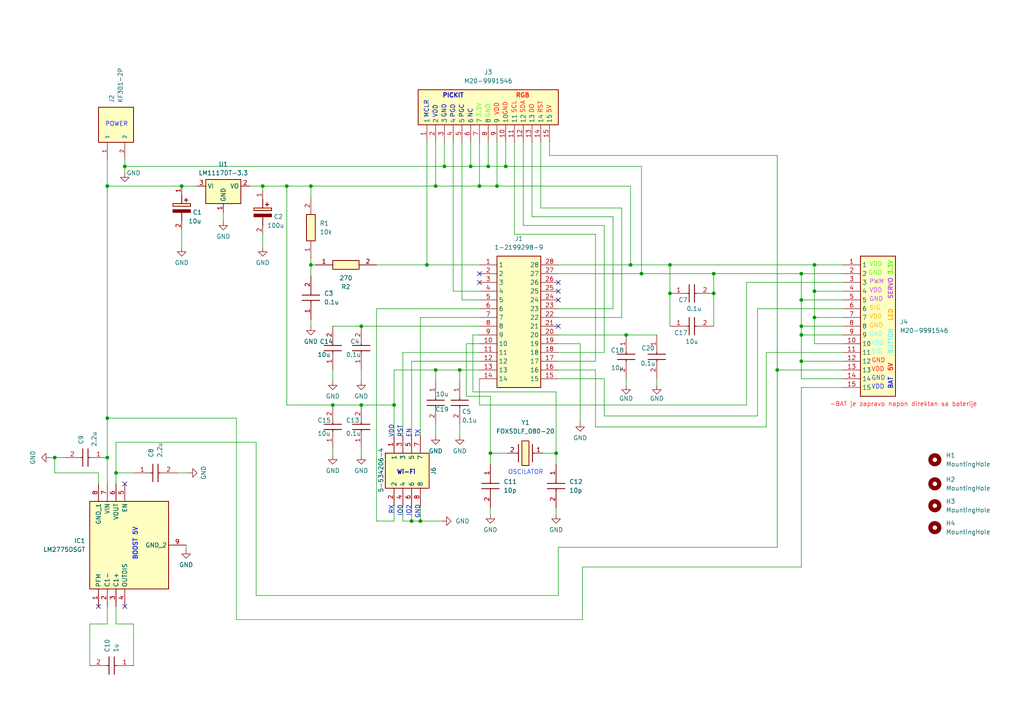
<source format=kicad_sch>
(kicad_sch (version 20230121) (generator eeschema)
  (paper "A4")
  (lib_symbols
    (symbol "02013A100JAT2A:02013A100JAT2A" (pin_names hide)
      (property "Reference" "C" (at 8.89 6.35 0))
      (property "Value" "02013A100JAT2A" (at 8.89 3.81 0))
      (symbol "02013A100JAT2A_1_1"
        (polyline (pts (xy 5.08 0) (xy 5.588 0)) (stroke (width 0.254)))
        (polyline (pts (xy 5.588 2.54) (xy 5.588 -2.54)) (stroke (width 0.254)))
        (polyline (pts (xy 7.112 0) (xy 7.62 0)) (stroke (width 0.254)))
        (polyline (pts (xy 7.112 2.54) (xy 7.112 -2.54)) (stroke (width 0.254)))
        (pin passive line (at 0 0 0) (length 5.08) (name "1") (number "1"))
        (pin passive line (at 12.7 0 180) (length 5.08) (name "2") (number "2"))
      )
    )
    (symbol "1-2199298-9:1-2199298-9"
      (property "Reference" "J" (at 19.05 7.62 0))
      (property "Value" "1-2199298-9" (at 19.05 5.08 0))
      (symbol "1-2199298-9_1_1"
        (rectangle (start 5.08 2.54) (end 17.78 -35.56) (stroke (width 0.254)) (fill (type background)))
        (pin passive line (at 0 0 0) (length 5.08) (name "1") (number "1"))
        (pin passive line (at 0 -22.86 0) (length 5.08) (name "10") (number "10"))
        (pin passive line (at 0 -25.4 0) (length 5.08) (name "11") (number "11"))
        (pin passive line (at 0 -27.94 0) (length 5.08) (name "12") (number "12"))
        (pin passive line (at 0 -30.48 0) (length 5.08) (name "13") (number "13"))
        (pin passive line (at 0 -33.02 0) (length 5.08) (name "14") (number "14"))
        (pin passive line (at 22.86 -33.02 180) (length 5.08) (name "15") (number "15"))
        (pin passive line (at 22.86 -30.48 180) (length 5.08) (name "16") (number "16"))
        (pin passive line (at 22.86 -27.94 180) (length 5.08) (name "17") (number "17"))
        (pin passive line (at 22.86 -25.4 180) (length 5.08) (name "18") (number "18"))
        (pin passive line (at 22.86 -22.86 180) (length 5.08) (name "19") (number "19"))
        (pin passive line (at 0 -2.54 0) (length 5.08) (name "2") (number "2"))
        (pin passive line (at 22.86 -20.32 180) (length 5.08) (name "20") (number "20"))
        (pin passive line (at 22.86 -17.78 180) (length 5.08) (name "21") (number "21"))
        (pin passive line (at 22.86 -15.24 180) (length 5.08) (name "22") (number "22"))
        (pin passive line (at 22.86 -12.7 180) (length 5.08) (name "23") (number "23"))
        (pin passive line (at 22.86 -10.16 180) (length 5.08) (name "24") (number "24"))
        (pin passive line (at 22.86 -7.62 180) (length 5.08) (name "25") (number "25"))
        (pin passive line (at 22.86 -5.08 180) (length 5.08) (name "26") (number "26"))
        (pin passive line (at 22.86 -2.54 180) (length 5.08) (name "27") (number "27"))
        (pin passive line (at 22.86 0 180) (length 5.08) (name "28") (number "28"))
        (pin passive line (at 0 -5.08 0) (length 5.08) (name "3") (number "3"))
        (pin passive line (at 0 -7.62 0) (length 5.08) (name "4") (number "4"))
        (pin passive line (at 0 -10.16 0) (length 5.08) (name "5") (number "5"))
        (pin passive line (at 0 -12.7 0) (length 5.08) (name "6") (number "6"))
        (pin passive line (at 0 -15.24 0) (length 5.08) (name "7") (number "7"))
        (pin passive line (at 0 -17.78 0) (length 5.08) (name "8") (number "8"))
        (pin passive line (at 0 -20.32 0) (length 5.08) (name "9") (number "9"))
      )
    )
    (symbol "5-534206-4_1"
      (property "Reference" "J" (at 16.51 7.62 0))
      (property "Value" "5-534206-4" (at 16.51 5.08 0))
      (symbol "5-534206-4_1_1_1"
        (rectangle (start 5.08 2.54) (end 15.24 -10.16) (stroke (width 0.254)) (fill (type background)))
        (pin passive line (at 0 0 0) (length 5.08) (name "1") (number "1"))
        (pin passive line (at 20.32 0 180) (length 5.08) (name "2") (number "2"))
        (pin passive line (at 0 -2.54 0) (length 5.08) (name "3") (number "3"))
        (pin passive line (at 20.32 -2.54 180) (length 5.08) (name "4") (number "4"))
        (pin passive line (at 0 -5.08 0) (length 5.08) (name "5") (number "5"))
        (pin passive line (at 20.32 -5.08 180) (length 5.08) (name "6") (number "6"))
        (pin passive line (at 0 -7.62 0) (length 5.08) (name "7") (number "7"))
        (pin passive line (at 20.32 -7.62 180) (length 5.08) (name "8") (number "8"))
      )
    )
    (symbol "865230542002:865230542002" (pin_names hide)
      (property "Reference" "C" (at 8.89 6.35 0))
      (property "Value" "865230542002" (at 8.89 3.81 0))
      (symbol "865230542002_1_1"
        (polyline (pts (xy 2.54 0) (xy 5.08 0)) (stroke (width 0.254)))
        (polyline (pts (xy 4.064 1.778) (xy 4.064 0.762)) (stroke (width 0.254)))
        (polyline (pts (xy 4.572 1.27) (xy 3.556 1.27)) (stroke (width 0.254)))
        (polyline (pts (xy 7.62 0) (xy 10.16 0)) (stroke (width 0.254)))
        (polyline (pts (xy 7.62 2.54) (xy 7.62 -2.54) (xy 6.858 -2.54) (xy 6.858 2.54) (xy 7.62 2.54)) (stroke (width 0.254)) (fill (type outline)))
        (rectangle (start 5.08 2.54) (end 5.842 -2.54) (stroke (width 0.254)) (fill (type background)))
        (pin passive line (at 0 0 0) (length 2.54) (name "+") (number "1"))
        (pin passive line (at 12.7 0 180) (length 2.54) (name "-") (number "2"))
      )
    )
    (symbol "C0603C104J1RACAUTO:C0603C104J1RACAUTO" (pin_names hide)
      (property "Reference" "C" (at 8.89 6.35 0))
      (property "Value" "C0603C104J1RACAUTO:CAPC1608X95N" (at 8.89 3.81 0))
      (symbol "C0603C104J1RACAUTO_1_1"
        (polyline (pts (xy 5.08 0) (xy 5.588 0)) (stroke (width 0.254)))
        (polyline (pts (xy 5.588 2.54) (xy 5.588 -2.54)) (stroke (width 0.254)))
        (polyline (pts (xy 7.112 0) (xy 7.62 0)) (stroke (width 0.254)))
        (polyline (pts (xy 7.112 2.54) (xy 7.112 -2.54)) (stroke (width 0.254)))
        (pin passive line (at 0 0 0) (length 5.08) (name "1") (number "1"))
        (pin passive line (at 12.7 0 180) (length 5.08) (name "2") (number "2"))
      )
    )
    (symbol "C0805C106M4PACTU:C0805C106M4PACTU" (pin_names hide)
      (property "Reference" "C" (at 8.89 6.35 0))
      (property "Value" "C0805C106M4PACTU" (at 8.89 3.81 0))
      (symbol "C0805C106M4PACTU_1_1"
        (polyline (pts (xy 5.08 0) (xy 5.588 0)) (stroke (width 0.254)))
        (polyline (pts (xy 5.588 2.54) (xy 5.588 -2.54)) (stroke (width 0.254)))
        (polyline (pts (xy 7.112 0) (xy 7.62 0)) (stroke (width 0.254)))
        (polyline (pts (xy 7.112 2.54) (xy 7.112 -2.54)) (stroke (width 0.254)))
        (pin passive line (at 0 0 0) (length 5.08) (name "1") (number "1"))
        (pin passive line (at 12.7 0 180) (length 5.08) (name "2") (number "2"))
      )
    )
    (symbol "CL03A225MO5C65C:CL03A225MO5C65C" (pin_names hide)
      (property "Reference" "C" (at 8.89 6.35 0))
      (property "Value" "CL03A225MO5C65C" (at 8.89 3.81 0))
      (symbol "CL03A225MO5C65C_1_1"
        (polyline (pts (xy 5.08 0) (xy 5.588 0)) (stroke (width 0.254)))
        (polyline (pts (xy 5.588 2.54) (xy 5.588 -2.54)) (stroke (width 0.254)))
        (polyline (pts (xy 7.112 0) (xy 7.62 0)) (stroke (width 0.254)))
        (polyline (pts (xy 7.112 2.54) (xy 7.112 -2.54)) (stroke (width 0.254)))
        (pin passive line (at 0 0 0) (length 5.08) (name "1") (number "1"))
        (pin passive line (at 12.7 0 180) (length 5.08) (name "2") (number "2"))
      )
    )
    (symbol "CRCW120610K0JNEA:CRCW120610K0JNEA" (pin_names hide)
      (property "Reference" "R" (at 13.97 6.35 0))
      (property "Value" "CRCW120610K0JNEA" (at 13.97 3.81 0))
      (symbol "CRCW120610K0JNEA_1_1"
        (rectangle (start 5.08 1.27) (end 12.7 -1.27) (stroke (width 0.254)) (fill (type background)))
        (pin passive line (at 0 0 0) (length 5.08) (name "1") (number "1"))
        (pin passive line (at 17.78 0 180) (length 5.08) (name "2") (number "2"))
      )
    )
    (symbol "EEE-FT1V101AP:EEE-FT1V101AP" (pin_names hide)
      (property "Reference" "C" (at 8.89 6.35 0))
      (property "Value" "EEE-FT1V101AP" (at 8.89 3.81 0))
      (symbol "EEE-FT1V101AP_1_1"
        (polyline (pts (xy 2.54 0) (xy 5.08 0)) (stroke (width 0.254)))
        (polyline (pts (xy 4.064 1.778) (xy 4.064 0.762)) (stroke (width 0.254)))
        (polyline (pts (xy 4.572 1.27) (xy 3.556 1.27)) (stroke (width 0.254)))
        (polyline (pts (xy 7.62 0) (xy 10.16 0)) (stroke (width 0.254)))
        (polyline (pts (xy 7.62 2.54) (xy 7.62 -2.54) (xy 6.858 -2.54) (xy 6.858 2.54) (xy 7.62 2.54)) (stroke (width 0.254)) (fill (type outline)))
        (rectangle (start 5.08 2.54) (end 5.842 -2.54) (stroke (width 0.254)) (fill (type background)))
        (pin passive line (at 0 0 0) (length 2.54) (name "+") (number "1"))
        (pin passive line (at 12.7 0 180) (length 2.54) (name "-") (number "2"))
      )
    )
    (symbol "ERA-8AEB131V:ERA-8AEB131V" (pin_names hide)
      (property "Reference" "R" (at 13.97 6.35 0))
      (property "Value" "ERA-8AEB131V" (at 13.97 3.81 0))
      (symbol "ERA-8AEB131V_1_1"
        (rectangle (start 5.08 1.27) (end 12.7 -1.27) (stroke (width 0.254)) (fill (type background)))
        (pin passive line (at 0 0 0) (length 5.08) (name "1") (number "1"))
        (pin passive line (at 17.78 0 180) (length 5.08) (name "2") (number "2"))
      )
    )
    (symbol "FOXSDLF_080-20:FOXSDLF_080-20" (pin_names hide)
      (property "Reference" "Y" (at 8.89 6.35 0))
      (property "Value" "FOXSDLF_080-20" (at 8.89 3.81 0))
      (symbol "FOXSDLF_080-20_1_1"
        (polyline (pts (xy 3.048 0) (xy 2.54 0)) (stroke (width 0.254)))
        (polyline (pts (xy 3.048 2.54) (xy 3.048 -2.54)) (stroke (width 0.254)))
        (polyline (pts (xy 7.112 0) (xy 7.62 0)) (stroke (width 0.254)))
        (polyline (pts (xy 7.112 2.54) (xy 7.112 -2.54)) (stroke (width 0.254)))
        (rectangle (start 4.064 3.556) (end 6.096 -3.556) (stroke (width 0.254)) (fill (type background)))
        (pin passive line (at 10.16 0 180) (length 2.54) (name "") (number "1"))
        (pin passive line (at 0 0 0) (length 2.54) (name "CRYSTAL_2") (number "2"))
      )
    )
    (symbol "KF301-2P:KF301-2P" (pin_names (offset 1.016))
      (property "Reference" "J" (at -5.08 5.842 0))
      (property "Value" "KF301-2P" (at -5.08 -7.62 0))
      (symbol "KF301-2P_0_0"
        (rectangle (start -5.08 -5.08) (end 5.08 5.08) (stroke (width 0.254)) (fill (type background)))
        (pin passive line (at -10.16 2.54 0) (length 5.08) (name "1") (number "1"))
        (pin passive line (at -10.16 -2.54 0) (length 5.08) (name "2") (number "2"))
      )
    )
    (symbol "LM2775DSGT:LM2775DSGT"
      (property "Reference" "IC" (at 31.75 7.62 0))
      (property "Value" "LM2775DSGT" (at 31.75 5.08 0))
      (symbol "LM2775DSGT_1_1"
        (rectangle (start 5.08 2.54) (end 30.48 -20.32) (stroke (width 0.254)) (fill (type background)))
        (pin passive line (at 0 0 0) (length 5.08) (name "PFM") (number "1"))
        (pin passive line (at 0 -2.54 0) (length 5.08) (name "C1-") (number "2"))
        (pin passive line (at 0 -5.08 0) (length 5.08) (name "C1+") (number "3"))
        (pin passive line (at 0 -7.62 0) (length 5.08) (name "OUTDIS") (number "4"))
        (pin passive line (at 35.56 -7.62 180) (length 5.08) (name "EN") (number "5"))
        (pin passive line (at 35.56 -5.08 180) (length 5.08) (name "VOUT") (number "6"))
        (pin passive line (at 35.56 -2.54 180) (length 5.08) (name "VIN") (number "7"))
        (pin passive line (at 35.56 0 180) (length 5.08) (name "GND_1") (number "8"))
        (pin passive line (at 17.78 -25.4 90) (length 5.08) (name "GND_2") (number "9"))
      )
    )
    (symbol "M20-9991546:M20-9991546"
      (property "Reference" "J" (at 16.51 7.62 0))
      (property "Value" "M20-9991546" (at 16.51 5.08 0))
      (symbol "M20-9991546_1_1"
        (rectangle (start 5.08 2.54) (end 15.24 -38.1) (stroke (width 0.254)) (fill (type background)))
        (pin passive line (at 0 0 0) (length 5.08) (name "1") (number "1"))
        (pin passive line (at 0 -22.86 0) (length 5.08) (name "10") (number "10"))
        (pin passive line (at 0 -25.4 0) (length 5.08) (name "11") (number "11"))
        (pin passive line (at 0 -27.94 0) (length 5.08) (name "12") (number "12"))
        (pin passive line (at 0 -30.48 0) (length 5.08) (name "13") (number "13"))
        (pin passive line (at 0 -33.02 0) (length 5.08) (name "14") (number "14"))
        (pin passive line (at 0 -35.56 0) (length 5.08) (name "15") (number "15"))
        (pin passive line (at 0 -2.54 0) (length 5.08) (name "2") (number "2"))
        (pin passive line (at 0 -5.08 0) (length 5.08) (name "3") (number "3"))
        (pin passive line (at 0 -7.62 0) (length 5.08) (name "4") (number "4"))
        (pin passive line (at 0 -10.16 0) (length 5.08) (name "5") (number "5"))
        (pin passive line (at 0 -12.7 0) (length 5.08) (name "6") (number "6"))
        (pin passive line (at 0 -15.24 0) (length 5.08) (name "7") (number "7"))
        (pin passive line (at 0 -17.78 0) (length 5.08) (name "8") (number "8"))
        (pin passive line (at 0 -20.32 0) (length 5.08) (name "9") (number "9"))
      )
    )
    (symbol "MAASL105CD7105MFCA01:MAASL105CD7105MFCA01" (pin_names hide)
      (property "Reference" "C" (at 8.89 6.35 0))
      (property "Value" "MAASL105CD7105MFCA01" (at 8.89 3.81 0))
      (symbol "MAASL105CD7105MFCA01_1_1"
        (polyline (pts (xy 5.08 0) (xy 5.588 0)) (stroke (width 0.254)))
        (polyline (pts (xy 5.588 2.54) (xy 5.588 -2.54)) (stroke (width 0.254)))
        (polyline (pts (xy 7.112 0) (xy 7.62 0)) (stroke (width 0.254)))
        (polyline (pts (xy 7.112 2.54) (xy 7.112 -2.54)) (stroke (width 0.254)))
        (pin passive line (at 0 0 0) (length 5.08) (name "1") (number "1"))
        (pin passive line (at 12.7 0 180) (length 5.08) (name "2") (number "2"))
      )
    )
    (symbol "Mechanical:MountingHole" (pin_names (offset 1.016))
      (property "Reference" "H" (at 0 5.08 0))
      (property "Value" "MountingHole" (at 0 3.175 0))
      (symbol "MountingHole_0_1"
        (circle (center 0 0) (radius 1.27) (stroke (width 1.27)))
      )
    )
    (symbol "Regulator_Linear:LM1117DT-3.3"
      (property "Reference" "U" (at -3.81 3.175 0))
      (property "Value" "LM1117DT-3.3" (at 0 3.175 0))
      (symbol "LM1117DT-3.3_0_1"
        (rectangle (start -5.08 -5.08) (end 5.08 1.905) (stroke (width 0.254)) (fill (type background)))
      )
      (symbol "LM1117DT-3.3_1_1"
        (pin power_in line (at 0 -7.62 90) (length 2.54) (name "GND") (number "1"))
        (pin power_out line (at 7.62 0 180) (length 2.54) (name "VO") (number "2"))
        (pin power_in line (at -7.62 0 0) (length 2.54) (name "VI") (number "3"))
      )
    )
    (symbol "power:GND" (power) (pin_names (offset 0))
      (property "Value" "GND" (at 0 -3.81 0))
      (symbol "GND_0_1"
        (polyline (pts (xy 0 0) (xy 0 -1.27) (xy 1.27 -1.27) (xy 0 -2.54) (xy -1.27 -1.27) (xy 0 -1.27)))
      )
      (symbol "GND_1_1"
        (pin power_in line (at 0 0 270) (length 0) hide (name "GND") (number "1"))
      )
    )
  )
  (junction (at 83.185 53.975))
  (junction (at 52.705 53.975))
  (junction (at 236.22 76.835))
  (junction (at 119.38 151.13))
  (junction (at 31.115 53.975))
  (junction (at 194.31 85.09))
  (junction (at 90.17 76.835))
  (junction (at 182.88 76.835))
  (junction (at 236.22 84.455))
  (junction (at 146.685 48.26))
  (junction (at 76.2 53.975))
  (junction (at 207.01 85.09))
  (junction (at 232.41 86.995))
  (junction (at 126.365 107.315))
  (junction (at 128.905 48.26))
  (junction (at 104.775 94.615))
  (junction (at 31.115 132.715))
  (junction (at 232.41 104.775))
  (junction (at 161.29 131.445))
  (junction (at 232.41 79.375))
  (junction (at 36.195 48.26))
  (junction (at 186.055 79.375))
  (junction (at 123.825 76.835))
  (junction (at 225.425 107.315))
  (junction (at 144.145 53.975))
  (junction (at 15.875 132.715))
  (junction (at 33.655 137.16))
  (junction (at 31.115 121.285))
  (junction (at 126.365 53.975))
  (junction (at 90.17 53.975))
  (junction (at 236.22 92.075))
  (junction (at 121.92 151.13))
  (junction (at 133.35 107.315))
  (junction (at 207.01 79.375))
  (junction (at 142.24 131.445))
  (junction (at 181.61 97.155))
  (junction (at 232.41 97.155))
  (junction (at 114.3 117.475))
  (junction (at 139.065 53.975))
  (junction (at 104.775 117.475))
  (junction (at 136.525 48.26))
  (junction (at 194.31 76.835))
  (junction (at 141.605 48.26))
  (junction (at 96.52 117.475))
  (junction (at 232.41 94.615))
  (no_connect (at 36.195 140.335))
  (no_connect (at 139.065 79.375))
  (no_connect (at 139.065 81.915))
  (no_connect (at 28.575 175.895))
  (no_connect (at 161.925 81.915))
  (no_connect (at 161.925 86.995))
  (no_connect (at 36.195 175.895))
  (no_connect (at 161.925 94.615))
  (no_connect (at 161.925 84.455))
  (wire (pts (xy 161.925 158.75) (xy 161.925 172.72)))
  (wire (pts (xy 135.255 99.695) (xy 139.065 99.695)))
  (wire (pts (xy 123.825 41.275) (xy 123.825 76.835)))
  (wire (pts (xy 139.065 86.995) (xy 133.985 86.995)))
  (wire (pts (xy 52.705 66.675) (xy 52.705 71.755)))
  (wire (pts (xy 222.25 123.825) (xy 222.25 102.235)))
  (wire (pts (xy 139.065 41.275) (xy 139.065 53.975)))
  (wire (pts (xy 141.605 48.26) (xy 146.685 48.26)))
  (wire (pts (xy 244.475 97.155) (xy 232.41 97.155)))
  (wire (pts (xy 76.2 67.945) (xy 76.2 71.755)))
  (wire (pts (xy 36.195 46.355) (xy 36.195 48.26)))
  (wire (pts (xy 175.26 102.235) (xy 175.26 65.405)))
  (wire (pts (xy 181.61 97.155) (xy 190.5 97.155)))
  (wire (pts (xy 90.17 53.975) (xy 90.17 57.15)))
  (wire (pts (xy 236.22 92.075) (xy 244.475 92.075)))
  (wire (pts (xy 133.35 107.315) (xy 133.35 110.49)))
  (wire (pts (xy 190.5 111.76) (xy 190.5 109.855)))
  (wire (pts (xy 168.91 164.465) (xy 232.41 164.465)))
  (wire (pts (xy 52.705 53.975) (xy 57.15 53.975)))
  (wire (pts (xy 222.25 102.235) (xy 244.475 102.235)))
  (wire (pts (xy 139.065 53.975) (xy 144.145 53.975)))
  (wire (pts (xy 104.775 94.615) (xy 139.065 94.615)))
  (wire (pts (xy 161.925 107.315) (xy 172.72 107.315)))
  (wire (pts (xy 31.115 121.285) (xy 68.58 121.285)))
  (wire (pts (xy 232.41 79.375) (xy 232.41 86.995)))
  (wire (pts (xy 116.84 146.685) (xy 116.84 151.13)))
  (wire (pts (xy 225.425 107.315) (xy 225.425 158.75)))
  (wire (pts (xy 31.115 46.355) (xy 31.115 53.975)))
  (wire (pts (xy 109.22 151.13) (xy 114.3 151.13)))
  (wire (pts (xy 225.425 45.085) (xy 159.385 45.085)))
  (wire (pts (xy 119.38 104.775) (xy 139.065 104.775)))
  (wire (pts (xy 142.24 114.935) (xy 142.24 131.445)))
  (wire (pts (xy 26.035 180.975) (xy 26.035 193.04)))
  (wire (pts (xy 141.605 41.275) (xy 141.605 48.26)))
  (wire (pts (xy 133.35 107.315) (xy 139.065 107.315)))
  (wire (pts (xy 90.17 92.71) (xy 90.17 94.615)))
  (wire (pts (xy 33.655 175.895) (xy 33.655 180.975)))
  (wire (pts (xy 126.365 53.975) (xy 139.065 53.975)))
  (wire (pts (xy 161.29 131.445) (xy 161.29 134.62)))
  (wire (pts (xy 96.52 117.475) (xy 104.775 117.475)))
  (wire (pts (xy 96.52 130.175) (xy 96.52 132.08)))
  (wire (pts (xy 168.275 99.695) (xy 168.275 122.555)))
  (wire (pts (xy 136.525 48.26) (xy 128.905 48.26)))
  (wire (pts (xy 149.225 41.275) (xy 149.225 67.945)))
  (wire (pts (xy 232.41 79.375) (xy 244.475 79.375)))
  (wire (pts (xy 175.26 120.65) (xy 219.71 120.65)))
  (wire (pts (xy 156.845 41.275) (xy 156.845 60.325)))
  (wire (pts (xy 151.765 41.275) (xy 151.765 65.405)))
  (wire (pts (xy 128.905 41.275) (xy 128.905 48.26)))
  (wire (pts (xy 136.525 41.275) (xy 136.525 48.26)))
  (wire (pts (xy 119.38 146.685) (xy 119.38 151.13)))
  (wire (pts (xy 133.35 123.19) (xy 133.35 126.365)))
  (wire (pts (xy 36.195 50.165) (xy 36.195 48.26)))
  (wire (pts (xy 225.425 158.75) (xy 161.925 158.75)))
  (wire (pts (xy 114.3 126.365) (xy 114.3 117.475)))
  (wire (pts (xy 159.385 41.275) (xy 159.385 45.085)))
  (wire (pts (xy 131.445 41.275) (xy 131.445 84.455)))
  (wire (pts (xy 161.925 104.775) (xy 172.72 104.775)))
  (wire (pts (xy 244.475 109.855) (xy 232.41 109.855)))
  (wire (pts (xy 232.41 94.615) (xy 232.41 86.995)))
  (wire (pts (xy 31.115 121.285) (xy 31.115 132.715)))
  (wire (pts (xy 114.3 107.315) (xy 126.365 107.315)))
  (wire (pts (xy 232.41 97.155) (xy 232.41 104.775)))
  (wire (pts (xy 232.41 94.615) (xy 244.475 94.615)))
  (wire (pts (xy 31.115 53.975) (xy 52.705 53.975)))
  (wire (pts (xy 76.2 53.975) (xy 83.185 53.975)))
  (wire (pts (xy 139.065 117.475) (xy 216.535 117.475)))
  (wire (pts (xy 121.92 151.13) (xy 128.27 151.13)))
  (wire (pts (xy 83.185 53.975) (xy 83.185 117.475)))
  (wire (pts (xy 137.16 97.155) (xy 139.065 97.155)))
  (wire (pts (xy 139.065 117.475) (xy 139.065 109.855)))
  (wire (pts (xy 109.22 76.835) (xy 123.825 76.835)))
  (wire (pts (xy 123.825 76.835) (xy 139.065 76.835)))
  (wire (pts (xy 177.8 89.535) (xy 177.8 62.865)))
  (wire (pts (xy 126.365 107.315) (xy 133.35 107.315)))
  (wire (pts (xy 139.065 84.455) (xy 131.445 84.455)))
  (wire (pts (xy 51.435 137.16) (xy 54.61 137.16)))
  (wire (pts (xy 154.305 41.275) (xy 154.305 62.865)))
  (wire (pts (xy 232.41 112.395) (xy 244.475 112.395)))
  (wire (pts (xy 175.26 109.855) (xy 175.26 120.65)))
  (wire (pts (xy 186.055 48.26) (xy 186.055 79.375)))
  (wire (pts (xy 114.3 117.475) (xy 114.3 107.315)))
  (wire (pts (xy 216.535 81.915) (xy 244.475 81.915)))
  (wire (pts (xy 161.925 92.075) (xy 180.34 92.075)))
  (wire (pts (xy 119.38 126.365) (xy 119.38 104.775)))
  (wire (pts (xy 142.24 131.445) (xy 147.32 131.445)))
  (wire (pts (xy 68.58 121.285) (xy 68.58 179.705)))
  (wire (pts (xy 149.225 67.945) (xy 172.72 67.945)))
  (wire (pts (xy 207.01 85.09) (xy 207.01 94.615)))
  (wire (pts (xy 186.055 79.375) (xy 207.01 79.375)))
  (wire (pts (xy 172.72 123.825) (xy 222.25 123.825)))
  (wire (pts (xy 232.41 97.155) (xy 232.41 94.615)))
  (wire (pts (xy 109.22 89.535) (xy 139.065 89.535)))
  (wire (pts (xy 31.115 180.975) (xy 26.035 180.975)))
  (wire (pts (xy 90.17 74.93) (xy 90.17 76.835)))
  (wire (pts (xy 161.925 97.155) (xy 181.61 97.155)))
  (wire (pts (xy 157.48 131.445) (xy 161.29 131.445)))
  (wire (pts (xy 104.775 107.315) (xy 104.775 110.49)))
  (wire (pts (xy 90.17 76.835) (xy 91.44 76.835)))
  (wire (pts (xy 104.775 117.475) (xy 114.3 117.475)))
  (wire (pts (xy 74.295 128.27) (xy 33.655 128.27)))
  (wire (pts (xy 15.875 137.16) (xy 15.875 132.715)))
  (wire (pts (xy 96.52 94.615) (xy 104.775 94.615)))
  (wire (pts (xy 38.735 180.975) (xy 38.735 193.04)))
  (wire (pts (xy 194.31 76.835) (xy 194.31 85.09)))
  (wire (pts (xy 31.115 175.895) (xy 31.115 180.975)))
  (wire (pts (xy 133.985 41.275) (xy 133.985 86.995)))
  (wire (pts (xy 142.24 147.32) (xy 142.24 149.225)))
  (wire (pts (xy 181.61 109.855) (xy 181.61 111.76)))
  (wire (pts (xy 182.88 76.835) (xy 194.31 76.835)))
  (wire (pts (xy 116.84 151.13) (xy 119.38 151.13)))
  (wire (pts (xy 126.365 110.49) (xy 126.365 107.315)))
  (wire (pts (xy 121.92 92.075) (xy 139.065 92.075)))
  (wire (pts (xy 161.29 113.665) (xy 161.29 131.445)))
  (wire (pts (xy 83.185 117.475) (xy 96.52 117.475)))
  (wire (pts (xy 236.22 84.455) (xy 244.475 84.455)))
  (wire (pts (xy 104.775 130.175) (xy 104.775 132.08)))
  (wire (pts (xy 96.52 107.315) (xy 96.52 110.49)))
  (wire (pts (xy 194.31 85.09) (xy 194.31 94.615)))
  (wire (pts (xy 31.115 132.715) (xy 31.115 140.335)))
  (wire (pts (xy 28.575 140.335) (xy 28.575 137.16)))
  (wire (pts (xy 161.29 147.32) (xy 161.29 149.225)))
  (wire (pts (xy 28.575 137.16) (xy 15.875 137.16)))
  (wire (pts (xy 236.22 76.835) (xy 244.475 76.835)))
  (wire (pts (xy 33.655 137.16) (xy 38.735 137.16)))
  (wire (pts (xy 168.91 179.705) (xy 168.91 164.465)))
  (wire (pts (xy 219.71 120.65) (xy 219.71 89.535)))
  (wire (pts (xy 151.765 65.405) (xy 175.26 65.405)))
  (wire (pts (xy 161.925 79.375) (xy 186.055 79.375)))
  (wire (pts (xy 172.72 104.775) (xy 172.72 67.945)))
  (wire (pts (xy 116.84 126.365) (xy 116.84 102.235)))
  (wire (pts (xy 144.145 53.975) (xy 182.88 53.975)))
  (wire (pts (xy 114.3 151.13) (xy 114.3 146.685)))
  (wire (pts (xy 137.16 113.665) (xy 161.29 113.665)))
  (wire (pts (xy 14.605 132.715) (xy 15.875 132.715)))
  (wire (pts (xy 90.17 76.835) (xy 90.17 80.01)))
  (wire (pts (xy 161.925 89.535) (xy 177.8 89.535)))
  (wire (pts (xy 72.39 53.975) (xy 76.2 53.975)))
  (wire (pts (xy 68.58 179.705) (xy 168.91 179.705)))
  (wire (pts (xy 225.425 107.315) (xy 225.425 45.085)))
  (wire (pts (xy 194.31 76.835) (xy 236.22 76.835)))
  (wire (pts (xy 135.255 114.935) (xy 142.24 114.935)))
  (wire (pts (xy 74.295 172.72) (xy 161.925 172.72)))
  (wire (pts (xy 232.41 104.775) (xy 232.41 109.855)))
  (wire (pts (xy 74.295 128.27) (xy 74.295 172.72)))
  (wire (pts (xy 144.145 41.275) (xy 144.145 53.975)))
  (wire (pts (xy 119.38 151.13) (xy 121.92 151.13)))
  (wire (pts (xy 33.655 140.335) (xy 33.655 137.16)))
  (wire (pts (xy 177.8 62.865) (xy 154.305 62.865)))
  (wire (pts (xy 161.925 99.695) (xy 168.275 99.695)))
  (wire (pts (xy 161.925 102.235) (xy 175.26 102.235)))
  (wire (pts (xy 128.905 48.26) (xy 36.195 48.26)))
  (wire (pts (xy 38.735 180.975) (xy 33.655 180.975)))
  (wire (pts (xy 244.475 104.775) (xy 232.41 104.775)))
  (wire (pts (xy 126.365 41.275) (xy 126.365 53.975)))
  (wire (pts (xy 109.22 89.535) (xy 109.22 151.13)))
  (wire (pts (xy 232.41 86.995) (xy 244.475 86.995)))
  (wire (pts (xy 219.71 89.535) (xy 244.475 89.535)))
  (wire (pts (xy 142.24 134.62) (xy 142.24 131.445)))
  (wire (pts (xy 182.88 53.975) (xy 182.88 76.835)))
  (wire (pts (xy 244.475 107.315) (xy 225.425 107.315)))
  (wire (pts (xy 83.185 53.975) (xy 90.17 53.975)))
  (wire (pts (xy 146.685 41.275) (xy 146.685 48.26)))
  (wire (pts (xy 216.535 117.475) (xy 216.535 81.915)))
  (wire (pts (xy 141.605 48.26) (xy 136.525 48.26)))
  (wire (pts (xy 232.41 164.465) (xy 232.41 112.395)))
  (wire (pts (xy 172.72 107.315) (xy 172.72 123.825)))
  (wire (pts (xy 161.925 76.835) (xy 182.88 76.835)))
  (wire (pts (xy 15.875 132.715) (xy 18.415 132.715)))
  (wire (pts (xy 137.16 97.155) (xy 137.16 113.665)))
  (wire (pts (xy 126.365 123.19) (xy 126.365 126.365)))
  (wire (pts (xy 121.92 146.685) (xy 121.92 151.13)))
  (wire (pts (xy 33.655 137.16) (xy 33.655 128.27)))
  (wire (pts (xy 121.92 126.365) (xy 121.92 92.075)))
  (wire (pts (xy 236.22 92.075) (xy 236.22 99.695)))
  (wire (pts (xy 207.01 79.375) (xy 232.41 79.375)))
  (wire (pts (xy 53.975 158.115) (xy 53.975 159.385)))
  (wire (pts (xy 146.685 48.26) (xy 186.055 48.26)))
  (wire (pts (xy 76.2 53.975) (xy 76.2 55.245)))
  (wire (pts (xy 161.925 109.855) (xy 175.26 109.855)))
  (wire (pts (xy 90.17 53.975) (xy 126.365 53.975)))
  (wire (pts (xy 236.22 76.835) (xy 236.22 84.455)))
  (wire (pts (xy 236.22 84.455) (xy 236.22 92.075)))
  (wire (pts (xy 116.84 102.235) (xy 139.065 102.235)))
  (wire (pts (xy 180.34 92.075) (xy 180.34 60.325)))
  (wire (pts (xy 207.01 79.375) (xy 207.01 85.09)))
  (wire (pts (xy 135.255 99.695) (xy 135.255 114.935)))
  (wire (pts (xy 31.115 53.975) (xy 31.115 121.285)))
  (wire (pts (xy 64.77 61.595) (xy 64.77 64.135)))
  (wire (pts (xy 156.845 60.325) (xy 180.34 60.325)))
  (wire (pts (xy 244.475 99.695) (xy 236.22 99.695)))
  (text "TX" (at 121.92 127 90) (effects (font (size 1.27 1.27)) (justify left bottom)))
  (text "SDA" (at 152.4 33.02 90) (effects (font (size 1.27 1.27)) (justify left bottom)))
  (text "SIG" (at 252.095 90.17 0) (effects (font (size 1.27 1.27)) (justify left bottom)))
  (text "RGB" (at 153.67 28.575 0) (effects (font (size 1.27 1.27) (thickness 0.254) bold) (justify right bottom)))
  (text "BUTTON" (at 259.08 102.87 90) (effects (font (size 1.27 1.27) (thickness 0.254) bold) (justify left bottom)))
  (text "-BAT je zapravo napon direktan sa baterije\n" (at 240.665 118.11 0) (effects (font (size 1.27 1.27)) (justify left bottom)))
  (text "GND" (at 252.73 105.41 0) (effects (font (size 1.27 1.27)) (justify left bottom)))
  (text "IO0" (at 116.84 149.86 90) (effects (font (size 1.27 1.27)) (justify left bottom)))
  (text "GND" (at 252.095 97.79 0) (effects (font (size 1.27 1.27)) (justify left bottom)))
  (text "GND" (at 255.905 80.01 0) (effects (font (size 1.27 1.27)) (justify right bottom)))
  (text "GND" (at 252.095 95.25 0) (effects (font (size 1.27 1.27)) (justify left bottom)))
  (text "OSCILATOR" (at 147.32 137.795 0) (effects (font (size 1.27 1.27)) (justify left bottom)))
  (text "RST" (at 116.84 127 90) (effects (font (size 1.27 1.27)) (justify left bottom)))
  (text "VDD" (at 252.095 92.71 0) (effects (font (size 1.27 1.27)) (justify left bottom)))
  (text "dodajemo kond od 10u paralelno\n\noscilator na oscin i oscout" (at -59.69 168.91 0) (effects (font (size 1.27 1.27)) (justify left bottom)))
  (text "BULK + manja vrijednost kapacitivnosti (nF),\noni filtriraju visokofrekventni sum,\nBULK je u uF i kad se imaju velike struje da \nih smanji (kad imaju pikovi)" (at 168.91 234.95 0) (effects (font (size 3 3)) (justify left bottom)))
  (text "GND" (at 121.92 150.495 90) (effects (font (size 1.27 1.27)) (justify left bottom)))
  (text "3.3V" (at 259.08 80.01 90) (effects (font (size 1.27 1.27) (thickness 0.254) bold) (justify left bottom)))
  (text "SIG" (at 252.73 102.87 0) (effects (font (size 1.27 1.27)) (justify left bottom)))
  (text "IO2" (at 119.38 149.86 90) (effects (font (size 1.27 1.27)) (justify left bottom)))
  (text "BOOST 5V" (at 40.005 162.56 90) (effects (font (size 1.27 1.27) (thickness 0.254) bold) (justify left bottom)))
  (text "PGD" (at 132.08 34.29 90) (effects (font (size 1.27 1.27)) (justify left bottom)))
  (text "POWER" (at 30.48 36.83 0) (effects (font (size 1.27 1.27)) (justify left bottom)))
  (text "EN" (at 119.38 127 90) (effects (font (size 1.27 1.27)) (justify left bottom)))
  (text "PGC" (at 134.62 34.29 90) (effects (font (size 1.27 1.27)) (justify left bottom)))
  (text "Wi-Fi" (at 120.65 137.795 0) (effects (font (size 1.27 1.27) (thickness 0.254) bold) (justify right bottom)))
  (text "GND" (at 252.095 87.63 0) (effects (font (size 1.27 1.27)) (justify left bottom)))
  (text "VDD" (at 144.78 33.655 90) (effects (font (size 1.27 1.27)) (justify left bottom)))
  (text "VDD" (at 252.73 107.95 0) (effects (font (size 1.27 1.27)) (justify left bottom)))
  (text "5V" (at 160.02 33.02 90) (effects (font (size 1.27 1.27)) (justify left bottom)))
  (text "PICKIT" (at 128.27 28.575 0) (effects (font (size 1.27 1.27) (thickness 0.254) bold) (justify left bottom)))
  (text "VDD" (at 252.73 113.03 0) (effects (font (size 1.27 1.27)) (justify left bottom)))
  (text "GND" (at 147.32 33.655 90) (effects (font (size 1.27 1.27)) (justify left bottom)))
  (text "GND" (at 252.73 110.49 0) (effects (font (size 1.27 1.27)) (justify left bottom)))
  (text "VDD" (at 252.095 85.09 0) (effects (font (size 1.27 1.27)) (justify left bottom)))
  (text "SCL" (at 149.86 33.02 90) (effects (font (size 1.27 1.27)) (justify left bottom)))
  (text "GND" (at 142.24 34.29 90) (effects (font (size 1.27 1.27)) (justify left bottom)))
  (text "VDD" (at 255.905 77.47 0) (effects (font (size 1.27 1.27)) (justify right bottom)))
  (text "LED" (at 259.08 93.345 90) (effects (font (size 1.27 1.27) (thickness 0.254) bold) (justify left bottom)))
  (text "RST" (at 157.48 33.02 90) (effects (font (size 1.27 1.27)) (justify left bottom)))
  (text "BAT" (at 259.08 113.03 90) (effects (font (size 1.27 1.27) (thickness 0.254) bold) (justify left bottom)))
  (text "VDD" (at 114.3 127 90) (effects (font (size 1.27 1.27)) (justify left bottom)))
  (text "Kondenzatori preporuceni treba da budu sto vise uz IC\n" (at 169.545 244.475 0) (effects (font (size 3 3)) (justify left bottom)))
  (text "VDD" (at 127 34.29 90) (effects (font (size 1.27 1.27)) (justify left bottom)))
  (text "PWM" (at 252.095 82.55 0) (effects (font (size 1.27 1.27)) (justify left bottom)))
  (text "5V" (at 259.08 107.95 90) (effects (font (size 1.27 1.27) (thickness 0.254) bold) (justify left bottom)))
  (text "SERVO" (at 259.08 86.995 90) (effects (font (size 1.27 1.27) (thickness 0.254) bold) (justify left bottom)))
  (text "RX" (at 114.3 149.225 90) (effects (font (size 1.27 1.27)) (justify left bottom)))
  (text "NC" (at 137.16 34.29 90) (effects (font (size 1.27 1.27)) (justify left bottom)))
  (text "3.3V" (at 139.7 34.29 90) (effects (font (size 1.27 1.27)) (justify left bottom)))
  (text "GND" (at 129.54 34.29 90) (effects (font (size 1.27 1.27)) (justify left bottom)))
  (text "MCLR" (at 124.46 34.29 90) (effects (font (size 1.27 1.27)) (justify left bottom)))
  (text "VDD" (at 252.73 100.33 0) (effects (font (size 1.27 1.27)) (justify left bottom)))
  (text "DO" (at 154.94 33.02 90) (effects (font (size 1.27 1.27)) (justify left bottom)))
  (symbol (lib_id "02013A100JAT2A:02013A100JAT2A") (at 142.24 134.62 270) (unit 1)
    (property "Reference" "C11" (at 146.05 139.7 90) (effects (justify left)))
    (property "Value" "10p" (at 146.05 142.24 90) (effects (justify left)))
    (property "Footprint" "CAPC0603X33N" (effects hide))
    (property "Height" "0.33" (effects hide))
    (property "Mouser Part Number" "581-02013A100J" (effects hide))
    (property "Mouser Price/Stock" "https://www.mouser.co.uk/ProductDetail/KYOCERA-AVX/02013A100JAT2A?qs=O%2FKt6V6lEtyQY4OYcPPzbA%3D%3D" (effects hide))
    (property "Manufacturer_Name" "Kyocera AVX" (effects hide))
    (property "Manufacturer_Part_Number" "02013A100JAT2A" (effects hide))
  )
  (symbol (lib_id "02013A100JAT2A:02013A100JAT2A") (at 161.29 134.62 270) (unit 1)
    (property "Reference" "C12" (at 165.1 139.7 90) (effects (justify left)))
    (property "Value" "10p" (at 165.1 142.24 90) (effects (justify left)))
    (property "Footprint" "CAPC0603X33N" (effects hide))
    (property "Height" "0.33" (effects hide))
    (property "Mouser Part Number" "581-02013A100J" (effects hide))
    (property "Mouser Price/Stock" "https://www.mouser.co.uk/ProductDetail/KYOCERA-AVX/02013A100JAT2A?qs=O%2FKt6V6lEtyQY4OYcPPzbA%3D%3D" (effects hide))
    (property "Manufacturer_Name" "Kyocera AVX" (effects hide))
    (property "Manufacturer_Part_Number" "02013A100JAT2A" (effects hide))
  )
  (symbol (lib_id "C0603C104J1RACAUTO:C0603C104J1RACAUTO") (at 104.775 130.175 90) (unit 1)
    (property "Reference" "C13" (at 100.33 121.92 90) (effects (justify right)))
    (property "Value" "0.1u" (at 100.33 125.73 90) (effects (justify right)))
    (property "Footprint" "CAPC1608X95N" (effects hide))
    (property "Datasheet" "https://www.kemet.com/specsheet/C0603C104J1RACAUTO" (effects hide))
    (property "Height" "0.95" (effects hide))
    (property "Mouser Part Number" "80-C0603C104J1RAUTO" (effects hide))
    (property "Mouser Price/Stock" "https://www.mouser.co.uk/ProductDetail/KEMET/C0603C104J1RACAUTO?qs=ulEaXIWI0c%252BBFWKfPovg5A%3D%3D" (effects hide))
    (property "Manufacturer_Name" "KEMET" (effects hide))
    (property "Manufacturer_Part_Number" "C0603C104J1RACAUTO" (effects hide))
  )
  (symbol (lib_id "power:GND") (at 128.27 151.13 90) (unit 1)
    (property "Reference" "#PWR06" (effects hide))
    (property "Value" "GND" (at 132.08 151.13 90) (effects (justify right)))
  )
  (symbol (lib_id "power:GND") (at 36.195 50.165 0) (unit 1)
    (property "Reference" "#PWR01" (effects hide))
    (property "Value" "GND" (at 38.735 50.165 0))
  )
  (symbol (lib_id "Mechanical:MountingHole") (at 271.145 140.335 0) (unit 1)
    (property "Reference" "H2" (at 274.32 139.065 0) (effects (justify left)))
    (property "Value" "MountingHole" (at 274.32 141.605 0) (effects (justify left)))
    (property "Footprint" "MountingHole:MountingHole_2.2mm_M2" (effects hide))
  )
  (symbol (lib_id "power:GND") (at 168.275 122.555 0) (unit 1)
    (property "Reference" "#PWR020" (effects hide))
    (property "Value" "GND" (at 168.275 127 0))
  )
  (symbol (lib_id "power:GND") (at 90.17 94.615 0) (unit 1)
    (property "Reference" "#PWR04" (effects hide))
    (property "Value" "GND" (at 90.17 99.06 0))
  )
  (symbol (lib_name "5-534206-4_1") (lib_id "5-534206-4:5-534206-4") (at 114.3 126.365 90) (mirror x) (unit 1)
    (property "Reference" "J6" (at 125.73 137.795 0) (effects (justify right)))
    (property "Value" "5-534206-4" (at 110.49 142.875 0) (effects (justify right)))
    (property "Footprint" "wifi:wifi" (effects hide))
    (property "Datasheet" "https://www.te.com/commerce/DocumentDelivery/DDEController?Action=srchrtrv&DocNm=1307819_SECTION_5&DocType=Catalog%20Section&DocLang=English&PartCntxt=5-534206-4&DocFormat=pdf" (effects hide))
    (property "Height" "8.77" (effects hide))
    (property "Manufacturer_Name" "TE Connectivity" (effects hide))
    (property "Manufacturer_Part_Number" "5-534206-4" (effects hide))
    (property "Mouser Part Number" "571-5-534206-4" (effects hide))
    (property "Mouser Price/Stock" "https://www.mouser.co.uk/ProductDetail/TE-Connectivity/5-534206-4?qs=Eln3I3szM1ldJZZch%252BwNBQ%3D%3D" (effects hide))
    (property "Arrow Part Number" "5-534206-4" (effects hide))
    (property "Arrow Price/Stock" "https://www.arrow.com/en/products/5-534206-4/te-connectivity?region=nac" (effects hide))
  )
  (symbol (lib_id "MAASL105CD7105MFCA01:MAASL105CD7105MFCA01") (at 38.735 193.04 180) (unit 1)
    (property "Reference" "C10" (at 31.115 189.23 90) (effects (justify right)))
    (property "Value" "1u" (at 33.655 189.23 90) (effects (justify right)))
    (property "Footprint" "MAASx105" (effects hide))
    (property "Datasheet" "https://ds.yuden.co.jp/TYCOMPAS/or/detail?pn=MAASL105CD7105MFCA01" (effects hide))
    (property "Height" "0.5" (effects hide))
    (property "Mouser Part Number" "963-MAASL105CD7105MF" (effects hide))
    (property "Mouser Price/Stock" "https://www.mouser.co.uk/ProductDetail/TAIYO-YUDEN/MAASL105CD7105MFCA01?qs=HFfMDpzxxd1XWA4Yx70b9w%3D%3D" (effects hide))
    (property "Manufacturer_Name" "TAIYO YUDEN" (effects hide))
    (property "Manufacturer_Part_Number" "MAASL105CD7105MFCA01" (effects hide))
  )
  (symbol (lib_id "CL03A225MO5C65C:CL03A225MO5C65C") (at 31.115 132.715 180) (unit 1)
    (property "Reference" "C9" (at 23.495 128.905 90) (effects (justify right)))
    (property "Value" "2.2u" (at 27.305 129.54 90) (effects (justify right)))
    (property "Footprint" "CAPC0603X35N" (effects hide))
    (property "Datasheet" "https://www.samsungsem.com/resources/file/global/support/product_catalog/MLCC.pdf" (effects hide))
    (property "Height" "0.35" (effects hide))
    (property "Mouser Part Number" "187-CL03A225MO5C65C" (effects hide))
    (property "Mouser Price/Stock" "https://www.mouser.co.uk/ProductDetail/Samsung-Electro-Mechanics/CL03A225MO5C65C?qs=i8QVZAFTkqSietvJWGyvXw%3D%3D" (effects hide))
    (property "Manufacturer_Name" "SAMSUNG" (effects hide))
    (property "Manufacturer_Part_Number" "CL03A225MO5C65C" (effects hide))
  )
  (symbol (lib_id "power:GND") (at 190.5 111.76 0) (mirror y) (unit 1)
    (property "Reference" "#PWR022" (effects hide))
    (property "Value" "GND" (at 190.5 115.57 0))
  )
  (symbol (lib_id "C0805C106M4PACTU:C0805C106M4PACTU") (at 96.52 130.175 90) (unit 1)
    (property "Reference" "C15" (at 92.075 121.92 90) (effects (justify right)))
    (property "Value" "10u" (at 92.075 125.73 90) (effects (justify right)))
    (property "Footprint" "C0805C106M4PACTU:C0805" (effects hide))
    (property "Datasheet" "https://content.kemet.com/datasheets/KEM_C1006_X5R_SMD.pdf" (effects hide))
    (property "Height" "1.1" (effects hide))
    (property "Mouser Part Number" "80-C0805C106M4P" (effects hide))
    (property "Mouser Price/Stock" "https://www.mouser.co.uk/ProductDetail/KEMET/C0805C106M4PACTU?qs=KHg1sw%2FVM5StZkWXuKrj7w%3D%3D" (effects hide))
    (property "Manufacturer_Name" "KEMET" (effects hide))
    (property "Manufacturer_Part_Number" "C0805C106M4PACTU" (effects hide))
  )
  (symbol (lib_id "power:GND") (at 53.975 159.385 0) (unit 1)
    (property "Reference" "#PWR011" (effects hide))
    (property "Value" "GND" (at 53.975 163.83 0))
  )
  (symbol (lib_id "C0805C106M4PACTU:C0805C106M4PACTU") (at 194.31 94.615 0) (unit 1)
    (property "Reference" "C17" (at 197.485 96.52 0))
    (property "Value" "10u" (at 200.66 99.06 0))
    (property "Footprint" "C0805C106M4PACTU:C0805" (effects hide))
    (property "Datasheet" "https://content.kemet.com/datasheets/KEM_C1006_X5R_SMD.pdf" (effects hide))
    (property "Height" "1.1" (effects hide))
    (property "Mouser Part Number" "80-C0805C106M4P" (effects hide))
    (property "Mouser Price/Stock" "https://www.mouser.co.uk/ProductDetail/KEMET/C0805C106M4PACTU?qs=KHg1sw%2FVM5StZkWXuKrj7w%3D%3D" (effects hide))
    (property "Manufacturer_Name" "KEMET" (effects hide))
    (property "Manufacturer_Part_Number" "C0805C106M4PACTU" (effects hide))
  )
  (symbol (lib_id "Mechanical:MountingHole") (at 271.145 153.035 0) (unit 1)
    (property "Reference" "H4" (at 274.32 151.765 0) (effects (justify left)))
    (property "Value" "MountingHole" (at 274.32 154.305 0) (effects (justify left)))
    (property "Footprint" "MountingHole:MountingHole_2.2mm_M2" (effects hide))
  )
  (symbol (lib_id "power:GND") (at 133.35 126.365 0) (unit 1)
    (property "Reference" "#PWR08" (effects hide))
    (property "Value" "GND" (at 133.35 130.81 0))
  )
  (symbol (lib_id "FOXSDLF_080-20:FOXSDLF_080-20") (at 147.32 131.445 0) (unit 1)
    (property "Reference" "Y1" (at 152.4 122.555 0))
    (property "Value" "FOXSDLF_080-20" (at 152.4 125.095 0))
    (property "Footprint" "FOXSDLF08020" (effects hide))
    (property "Height" "4.5" (effects hide))
    (property "Mouser Part Number" "559-FOXSD080-20-LF" (effects hide))
    (property "Mouser Price/Stock" "https://www.mouser.co.uk/ProductDetail/Fox-Abracon/FOXSDLF-080-20?qs=mzRxyRlhVdu42DWWSpKTJw%3D%3D" (effects hide))
    (property "Manufacturer_Name" "Fox" (effects hide))
    (property "Manufacturer_Part_Number" "FOXSDLF/080-20" (effects hide))
  )
  (symbol (lib_id "M20-9991546:M20-9991546") (at 123.825 41.275 90) (unit 1)
    (property "Reference" "J3" (at 141.605 20.955 90))
    (property "Value" "M20-9991546" (at 141.605 23.495 90))
    (property "Footprint" "M20-9991546" (effects hide))
    (property "Datasheet" "https://cdn.harwin.com/pdfs/M20-999.pdf" (effects hide))
    (property "Height" "8.74" (effects hide))
    (property "Mouser Part Number" "855-M20-9991546" (effects hide))
    (property "Mouser Price/Stock" "https://www.mouser.co.uk/ProductDetail/Harwin/M20-9991546?qs=WS5Jv%252B%252Bx1qX3IVqZ80aaDQ%3D%3D" (effects hide))
    (property "Manufacturer_Name" "Harwin" (effects hide))
    (property "Manufacturer_Part_Number" "M20-9991546" (effects hide))
  )
  (symbol (lib_id "C0603C104J1RACAUTO:C0603C104J1RACAUTO") (at 133.35 110.49 90) (mirror x) (unit 1)
    (property "Reference" "C5" (at 133.985 119.38 90) (effects (justify right)))
    (property "Value" "0.1u" (at 133.985 121.92 90) (effects (justify right)))
    (property "Footprint" "CAPC1608X95N" (effects hide))
    (property "Datasheet" "https://www.kemet.com/specsheet/C0603C104J1RACAUTO" (effects hide))
    (property "Height" "0.95" (effects hide))
    (property "Mouser Part Number" "80-C0603C104J1RAUTO" (effects hide))
    (property "Mouser Price/Stock" "https://www.mouser.co.uk/ProductDetail/KEMET/C0603C104J1RACAUTO?qs=ulEaXIWI0c%252BBFWKfPovg5A%3D%3D" (effects hide))
    (property "Manufacturer_Name" "KEMET" (effects hide))
    (property "Manufacturer_Part_Number" "C0603C104J1RACAUTO" (effects hide))
  )
  (symbol (lib_id "C0603C104J1RACAUTO:C0603C104J1RACAUTO") (at 90.17 92.71 90) (unit 1)
    (property "Reference" "C3" (at 93.98 85.09 90) (effects (justify right)))
    (property "Value" "0.1u" (at 93.98 87.63 90) (effects (justify right)))
    (property "Footprint" "CAPC1608X95N" (effects hide))
    (property "Datasheet" "https://www.kemet.com/specsheet/C0603C104J1RACAUTO" (effects hide))
    (property "Height" "0.95" (effects hide))
    (property "Mouser Part Number" "80-C0603C104J1RAUTO" (effects hide))
    (property "Mouser Price/Stock" "https://www.mouser.co.uk/ProductDetail/KEMET/C0603C104J1RACAUTO?qs=ulEaXIWI0c%252BBFWKfPovg5A%3D%3D" (effects hide))
    (property "Manufacturer_Name" "KEMET" (effects hide))
    (property "Manufacturer_Part_Number" "C0603C104J1RACAUTO" (effects hide))
  )
  (symbol (lib_id "865230542002:865230542002") (at 52.705 53.975 270) (unit 1)
    (property "Reference" "C1" (at 55.88 61.595 90) (effects (justify left)))
    (property "Value" "10u" (at 54.61 64.135 90) (effects (justify left)))
    (property "Footprint" "CAPAE530X550N" (effects hide))
    (property "Datasheet" "http://katalog.we-online.com/pbs/datasheet/865230542002.pdf" (effects hide))
    (property "Height" "5.5" (effects hide))
    (property "Mouser Part Number" "710-865230542002" (effects hide))
    (property "Mouser Price/Stock" "https://www.mouser.co.uk/ProductDetail/Wurth-Elektronik/865230542002?qs=0KOYDY2FL2%2F9Zrx1rvGWxQ%3D%3D" (effects hide))
    (property "Manufacturer_Name" "Wurth Elektronik" (effects hide))
    (property "Manufacturer_Part_Number" "865230542002" (effects hide))
  )
  (symbol (lib_id "Mechanical:MountingHole") (at 271.145 146.685 0) (unit 1)
    (property "Reference" "H3" (at 274.32 145.415 0) (effects (justify left)))
    (property "Value" "MountingHole" (at 274.32 147.955 0) (effects (justify left)))
    (property "Footprint" "MountingHole:MountingHole_2.2mm_M2" (effects hide))
  )
  (symbol (lib_id "power:GND") (at 161.29 149.225 0) (unit 1)
    (property "Reference" "#PWR014" (effects hide))
    (property "Value" "GND" (at 161.29 153.67 0))
  )
  (symbol (lib_id "power:GND") (at 64.77 64.135 0) (unit 1)
    (property "Reference" "#PWR02" (effects hide))
    (property "Value" "GND" (at 64.77 68.58 0))
  )
  (symbol (lib_id "LM2775DSGT:LM2775DSGT") (at 28.575 175.895 90) (unit 1)
    (property "Reference" "IC1" (at 24.765 156.845 90) (effects (justify left)))
    (property "Value" "LM2775DSGT" (at 24.765 159.385 90) (effects (justify left)))
    (property "Footprint" "SON50P200X200X80-9N" (effects hide))
    (property "Datasheet" "http://www.ti.com/lit/ds/symlink/lm2775.pdf" (effects hide))
    (property "Height" "0.8" (effects hide))
    (property "Mouser Part Number" "595-LM2775DSGT" (effects hide))
    (property "Mouser Price/Stock" "https://www.mouser.co.uk/ProductDetail/Texas-Instruments/LM2775DSGT?qs=GURawfaeGuC8OeiXDzqVsg%3D%3D" (effects hide))
    (property "Manufacturer_Name" "Texas Instruments" (effects hide))
    (property "Manufacturer_Part_Number" "LM2775DSGT" (effects hide))
  )
  (symbol (lib_id "KF301-2P:KF301-2P") (at 33.655 36.195 90) (unit 1)
    (property "Reference" "J2" (at 32.385 29.845 0) (effects (justify left)))
    (property "Value" "KF301-2P" (at 34.925 29.845 0) (effects (justify left)))
    (property "Footprint" "KF301-2P:HANDSON_KF301-2P" (effects hide))
    (property "MF" "Handson Technology" (effects hide))
    (property "MAXIMUM_PACKAGE_HEIGHT" "10mm" (effects hide))
    (property "Package" "None" (effects hide))
    (property "Price" "None" (effects hide))
    (property "Check_prices" "https://www.snapeda.com/parts/KF301-2P/Handson+Technology/view-part/?ref=eda" (effects hide))
    (property "STANDARD" "Manufacturer Recommendations" (effects hide))
    (property "PARTREV" "NA" (effects hide))
    (property "SnapEDA_Link" "https://www.snapeda.com/parts/KF301-2P/Handson+Technology/view-part/?ref=snap" (effects hide))
    (property "MP" "KF301-2P" (effects hide))
    (property "Description" "\n                        \n                            2 Pin Terminal Block 5mm Pitch\n                        \n" (effects hide))
    (property "Availability" "Not in stock" (effects hide))
    (property "MANUFACTURER" "Handson Technology" (effects hide))
  )
  (symbol (lib_id "power:GND") (at 14.605 132.715 270) (unit 1)
    (property "Reference" "#PWR012" (effects hide))
    (property "Value" "GND" (at 9.525 132.715 0))
  )
  (symbol (lib_id "power:GND") (at 54.61 137.16 90) (unit 1)
    (property "Reference" "#PWR03" (effects hide))
    (property "Value" "GND" (at 59.055 137.16 0))
  )
  (symbol (lib_id "power:GND") (at 104.775 110.49 0) (unit 1)
    (property "Reference" "#PWR010" (effects hide))
    (property "Value" "GND" (at 104.775 114.935 0))
  )
  (symbol (lib_id "C0603C104J1RACAUTO:C0603C104J1RACAUTO") (at 194.31 85.09 0) (mirror x) (unit 1)
    (property "Reference" "C7" (at 198.12 86.995 0))
    (property "Value" "0.1u" (at 201.295 89.535 0))
    (property "Footprint" "CAPC1608X95N" (effects hide))
    (property "Datasheet" "https://www.kemet.com/specsheet/C0603C104J1RACAUTO" (effects hide))
    (property "Height" "0.95" (effects hide))
    (property "Mouser Part Number" "80-C0603C104J1RAUTO" (effects hide))
    (property "Mouser Price/Stock" "https://www.mouser.co.uk/ProductDetail/KEMET/C0603C104J1RACAUTO?qs=ulEaXIWI0c%252BBFWKfPovg5A%3D%3D" (effects hide))
    (property "Manufacturer_Name" "KEMET" (effects hide))
    (property "Manufacturer_Part_Number" "C0603C104J1RACAUTO" (effects hide))
  )
  (symbol (lib_id "CRCW120610K0JNEA:CRCW120610K0JNEA") (at 90.17 74.93 90) (unit 1)
    (property "Reference" "R1" (at 92.71 64.77 90) (effects (justify right)))
    (property "Value" "10k" (at 92.71 67.31 90) (effects (justify right)))
    (property "Footprint" "RESC3216X60N" (effects hide))
    (property "Datasheet" "https://datasheet.datasheetarchive.com/originals/distributors/SFDatasheet-3/sf-00065383.pdf" (effects hide))
    (property "Height" "0.6" (effects hide))
    (property "Mouser Part Number" "71-CRCW1206J-10K-E3" (effects hide))
    (property "Mouser Price/Stock" "https://www.mouser.co.uk/ProductDetail/Vishay-Dale/CRCW120610K0JNEA?qs=ODaLBy2SlZEOPn1wGLt8vA%3D%3D" (effects hide))
    (property "Manufacturer_Name" "Vishay" (effects hide))
    (property "Manufacturer_Part_Number" "CRCW120610K0JNEA" (effects hide))
  )
  (symbol (lib_id "ERA-8AEB131V:ERA-8AEB131V") (at 91.44 76.835 0) (mirror x) (unit 1)
    (property "Reference" "R2" (at 100.33 83.185 0))
    (property "Value" "270" (at 100.33 80.645 0))
    (property "Footprint" "RESC3216X70N" (effects hide))
    (property "Datasheet" "https://industrial.panasonic.com/cdbs/www-data/pdf/RDM0000/AOA0000C307.pdf" (effects hide))
    (property "Height" "0.7" (effects hide))
    (property "Mouser Part Number" "667-ERA-8AEB131V" (effects hide))
    (property "Mouser Price/Stock" "https://www.mouser.co.uk/ProductDetail/Panasonic/ERA-8AEB131V?qs=Ojoo2rCVP9TrpPj4XUmTEQ%3D%3D" (effects hide))
    (property "Manufacturer_Name" "Panasonic" (effects hide))
    (property "Manufacturer_Part_Number" "ERA-8AEB131V" (effects hide))
  )
  (symbol (lib_id "power:GND") (at 126.365 126.365 0) (unit 1)
    (property "Reference" "#PWR019" (effects hide))
    (property "Value" "GND" (at 126.365 130.81 0))
  )
  (symbol (lib_id "power:GND") (at 96.52 132.08 0) (unit 1)
    (property "Reference" "#PWR017" (effects hide))
    (property "Value" "GND" (at 96.52 136.525 0))
  )
  (symbol (lib_id "Regulator_Linear:LM1117DT-3.3") (at 64.77 53.975 0) (unit 1)
    (property "Reference" "U1" (at 64.77 47.625 0))
    (property "Value" "LM1117DT-3.3" (at 64.77 50.165 0))
    (property "Footprint" "Package_TO_SOT_SMD:TO-252-3_TabPin2" (effects hide))
    (property "Datasheet" "http://www.ti.com/lit/ds/symlink/lm1117.pdf" (effects hide))
  )
  (symbol (lib_id "power:GND") (at 52.705 71.755 0) (unit 1)
    (property "Reference" "#PWR07" (effects hide))
    (property "Value" "GND" (at 52.705 76.2 0))
  )
  (symbol (lib_id "power:GND") (at 96.52 110.49 0) (unit 1)
    (property "Reference" "#PWR016" (effects hide))
    (property "Value" "GND" (at 96.52 114.935 0))
  )
  (symbol (lib_id "C0805C106M4PACTU:C0805C106M4PACTU") (at 96.52 107.315 90) (unit 1)
    (property "Reference" "C14" (at 92.71 99.06 90) (effects (justify right)))
    (property "Value" "10u" (at 92.075 102.87 90) (effects (justify right)))
    (property "Footprint" "C0805C106M4PACTU:C0805" (effects hide))
    (property "Datasheet" "https://content.kemet.com/datasheets/KEM_C1006_X5R_SMD.pdf" (effects hide))
    (property "Height" "1.1" (effects hide))
    (property "Mouser Part Number" "80-C0805C106M4P" (effects hide))
    (property "Mouser Price/Stock" "https://www.mouser.co.uk/ProductDetail/KEMET/C0805C106M4PACTU?qs=KHg1sw%2FVM5StZkWXuKrj7w%3D%3D" (effects hide))
    (property "Manufacturer_Name" "KEMET" (effects hide))
    (property "Manufacturer_Part_Number" "C0805C106M4PACTU" (effects hide))
  )
  (symbol (lib_id "power:GND") (at 76.2 71.755 0) (unit 1)
    (property "Reference" "#PWR09" (effects hide))
    (property "Value" "GND" (at 76.2 76.2 0))
  )
  (symbol (lib_id "power:GND") (at 142.24 149.225 0) (unit 1)
    (property "Reference" "#PWR013" (effects hide))
    (property "Value" "GND" (at 142.24 153.67 0))
  )
  (symbol (lib_id "M20-9991546:M20-9991546") (at 244.475 76.835 0) (unit 1)
    (property "Reference" "J4" (at 260.985 93.345 0) (effects (justify left)))
    (property "Value" "M20-9991546" (at 260.985 95.885 0) (effects (justify left)))
    (property "Footprint" "M20-9991546" (effects hide))
    (property "Datasheet" "https://cdn.harwin.com/pdfs/M20-999.pdf" (effects hide))
    (property "Height" "8.74" (effects hide))
    (property "Mouser Part Number" "855-M20-9991546" (effects hide))
    (property "Mouser Price/Stock" "https://www.mouser.co.uk/ProductDetail/Harwin/M20-9991546?qs=WS5Jv%252B%252Bx1qX3IVqZ80aaDQ%3D%3D" (effects hide))
    (property "Manufacturer_Name" "Harwin" (effects hide))
    (property "Manufacturer_Part_Number" "M20-9991546" (effects hide))
  )
  (symbol (lib_id "C0805C106M4PACTU:C0805C106M4PACTU") (at 181.61 97.155 270) (unit 1)
    (property "Reference" "C18" (at 179.07 101.6 90))
    (property "Value" "10u" (at 179.07 106.68 90))
    (property "Footprint" "C0805C106M4PACTU:C0805" (effects hide))
    (property "Datasheet" "https://content.kemet.com/datasheets/KEM_C1006_X5R_SMD.pdf" (effects hide))
    (property "Height" "1.1" (effects hide))
    (property "Mouser Part Number" "80-C0805C106M4P" (effects hide))
    (property "Mouser Price/Stock" "https://www.mouser.co.uk/ProductDetail/KEMET/C0805C106M4PACTU?qs=KHg1sw%2FVM5StZkWXuKrj7w%3D%3D" (effects hide))
    (property "Manufacturer_Name" "KEMET" (effects hide))
    (property "Manufacturer_Part_Number" "C0805C106M4PACTU" (effects hide))
  )
  (symbol (lib_id "power:GND") (at 104.775 132.08 0) (unit 1)
    (property "Reference" "#PWR015" (effects hide))
    (property "Value" "GND" (at 104.775 136.525 0))
  )
  (symbol (lib_id "C0603C104J1RACAUTO:C0603C104J1RACAUTO") (at 104.775 107.315 90) (unit 1)
    (property "Reference" "C4" (at 101.6 99.06 90) (effects (justify right)))
    (property "Value" "0.1u" (at 100.33 102.87 90) (effects (justify right)))
    (property "Footprint" "CAPC1608X95N" (effects hide))
    (property "Datasheet" "https://www.kemet.com/specsheet/C0603C104J1RACAUTO" (effects hide))
    (property "Height" "0.95" (effects hide))
    (property "Mouser Part Number" "80-C0603C104J1RAUTO" (effects hide))
    (property "Mouser Price/Stock" "https://www.mouser.co.uk/ProductDetail/KEMET/C0603C104J1RACAUTO?qs=ulEaXIWI0c%252BBFWKfPovg5A%3D%3D" (effects hide))
    (property "Manufacturer_Name" "KEMET" (effects hide))
    (property "Manufacturer_Part_Number" "C0603C104J1RACAUTO" (effects hide))
  )
  (symbol (lib_id "C0805C106M4PACTU:C0805C106M4PACTU") (at 126.365 110.49 270) (unit 1)
    (property "Reference" "C19" (at 130.175 118.745 90) (effects (justify right)))
    (property "Value" "10u" (at 130.175 114.3 90) (effects (justify right)))
    (property "Footprint" "C0805C106M4PACTU:C0805" (effects hide))
    (property "Datasheet" "https://content.kemet.com/datasheets/KEM_C1006_X5R_SMD.pdf" (effects hide))
    (property "Height" "1.1" (effects hide))
    (property "Mouser Part Number" "80-C0805C106M4P" (effects hide))
    (property "Mouser Price/Stock" "https://www.mouser.co.uk/ProductDetail/KEMET/C0805C106M4PACTU?qs=KHg1sw%2FVM5StZkWXuKrj7w%3D%3D" (effects hide))
    (property "Manufacturer_Name" "KEMET" (effects hide))
    (property "Manufacturer_Part_Number" "C0805C106M4PACTU" (effects hide))
  )
  (symbol (lib_id "C0603C104J1RACAUTO:C0603C104J1RACAUTO") (at 190.5 97.155 90) (mirror x) (unit 1)
    (property "Reference" "C20" (at 187.96 100.965 90))
    (property "Value" "0.1u" (at 187.96 105.41 90))
    (property "Footprint" "CAPC1608X95N" (effects hide))
    (property "Datasheet" "https://www.kemet.com/specsheet/C0603C104J1RACAUTO" (effects hide))
    (property "Height" "0.95" (effects hide))
    (property "Mouser Part Number" "80-C0603C104J1RAUTO" (effects hide))
    (property "Mouser Price/Stock" "https://www.mouser.co.uk/ProductDetail/KEMET/C0603C104J1RACAUTO?qs=ulEaXIWI0c%252BBFWKfPovg5A%3D%3D" (effects hide))
    (property "Manufacturer_Name" "KEMET" (effects hide))
    (property "Manufacturer_Part_Number" "C0603C104J1RACAUTO" (effects hide))
  )
  (symbol (lib_id "Mechanical:MountingHole") (at 271.145 133.35 0) (unit 1)
    (property "Reference" "H1" (at 274.32 132.08 0) (effects (justify left)))
    (property "Value" "MountingHole" (at 274.32 134.62 0) (effects (justify left)))
    (property "Footprint" "MountingHole:MountingHole_2.2mm_M2" (effects hide))
  )
  (symbol (lib_id "EEE-FT1V101AP:EEE-FT1V101AP") (at 76.2 55.245 270) (unit 1)
    (property "Reference" "C2" (at 79.375 62.865 90) (effects (justify left)))
    (property "Value" "100u" (at 77.47 65.405 90) (effects (justify left)))
    (property "Footprint" "EEE1AA101SP" (effects hide))
    (property "Datasheet" "http://industrial.panasonic.com/cdbs/www-data/pdf/RDE0000/ABA0000C1240.pdf" (effects hide))
    (property "Height" "7.8" (effects hide))
    (property "Mouser Part Number" "667-EEE-FT1V101AP" (effects hide))
    (property "Mouser Price/Stock" "https://www.mouser.co.uk/ProductDetail/Panasonic/EEE-FT1V101AP?qs=CMJjuEs1%252BuEsbOqam%2FkTqg%3D%3D" (effects hide))
    (property "Manufacturer_Name" "Panasonic" (effects hide))
    (property "Manufacturer_Part_Number" "EEE-FT1V101AP" (effects hide))
  )
  (symbol (lib_id "power:GND") (at 181.61 111.76 0) (mirror y) (unit 1)
    (property "Reference" "#PWR021" (effects hide))
    (property "Value" "GND" (at 181.61 115.57 0))
  )
  (symbol (lib_id "CL03A225MO5C65C:CL03A225MO5C65C") (at 38.735 137.16 0) (unit 1)
    (property "Reference" "C8" (at 43.815 132.715 90) (effects (justify left)))
    (property "Value" "2.2u" (at 46.355 132.715 90) (effects (justify left)))
    (property "Footprint" "CAPC0603X35N" (effects hide))
    (property "Datasheet" "https://www.samsungsem.com/resources/file/global/support/product_catalog/MLCC.pdf" (effects hide))
    (property "Height" "0.35" (effects hide))
    (property "Mouser Part Number" "187-CL03A225MO5C65C" (effects hide))
    (property "Mouser Price/Stock" "https://www.mouser.co.uk/ProductDetail/Samsung-Electro-Mechanics/CL03A225MO5C65C?qs=i8QVZAFTkqSietvJWGyvXw%3D%3D" (effects hide))
    (property "Manufacturer_Name" "SAMSUNG" (effects hide))
    (property "Manufacturer_Part_Number" "CL03A225MO5C65C" (effects hide))
  )
  (symbol (lib_id "1-2199298-9:1-2199298-9") (at 139.065 76.835 0) (unit 1)
    (property "Reference" "J1" (at 150.495 69.215 0))
    (property "Value" "1-2199298-9" (at 150.495 71.755 0))
    (property "Footprint" "DIPS762W70P254L3556H530Q28N" (effects hide))
    (property "Datasheet" "https://www.te.com/commerce/DocumentDelivery/DDEController?Action=showdoc&DocId=Customer+Drawing%7F2199298%7FA%7Fpdf%7FEnglish%7FENG_CD_2199298_A_baseFilename.pdf%7F1-2199298-9" (effects hide))
    (property "Height" "5.3" (effects hide))
    (property "Mouser Part Number" "571-1-2199298-9" (effects hide))
    (property "Mouser Price/Stock" "https://www.mouser.co.uk/ProductDetail/TE-Connectivity/1-2199298-9?qs=fK8dlpkaUMumZ9haKKccEA%3D%3D" (effects hide))
    (property "Manufacturer_Name" "TE Connectivity" (effects hide))
    (property "Manufacturer_Part_Number" "1-2199298-9" (effects hide))
  )
)
</source>
